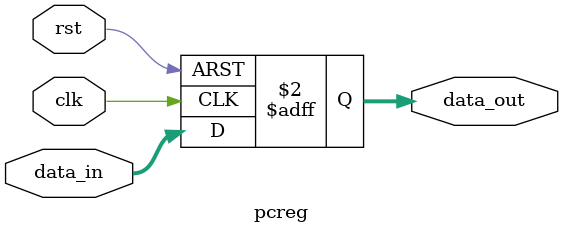
<source format=v>
module pcreg(
    input clk,
    input rst,
    input [31:0] data_in,
    output reg [31:0] data_out
    );
    parameter pc_base = 32'h00400000;
    always @(negedge clk or posedge rst) begin
        if (rst)
            data_out <= pc_base; 
        else
            data_out <= data_in;
    end
endmodule
</source>
